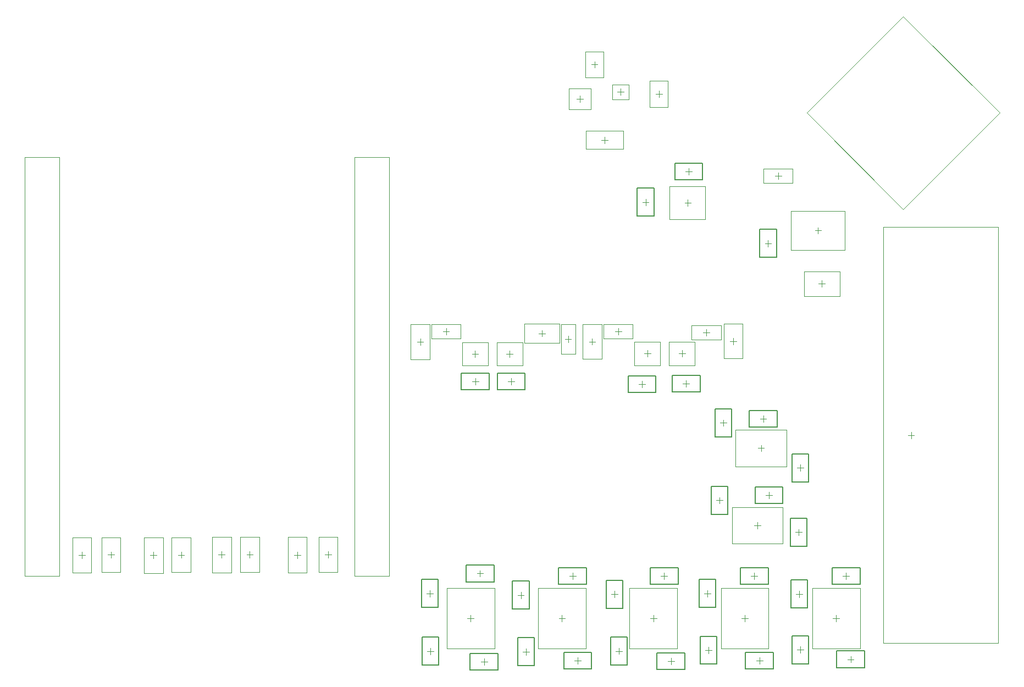
<source format=gbr>
%TF.GenerationSoftware,Altium Limited,Altium Designer,19.0.15 (446)*%
G04 Layer_Color=0*
%FSLAX26Y26*%
%MOIN*%
%TF.FileFunction,Other,Mechanical_15*%
%TF.Part,Single*%
G01*
G75*
%TA.AperFunction,NonConductor*%
%ADD55C,0.003937*%
%ADD57C,0.007874*%
%ADD86C,0.001968*%
D55*
X3902756Y3523228D02*
X3942126D01*
X3922442Y3503542D02*
Y3542912D01*
X4223622Y129922D02*
Y169292D01*
X4203938Y149606D02*
X4243308D01*
X3678740Y124804D02*
Y164174D01*
X3659056Y144488D02*
X3698426D01*
X2842914Y79922D02*
X2882284D01*
X2862598Y60236D02*
Y99606D01*
X3117322Y120866D02*
Y160236D01*
X3097638Y140552D02*
X3137008D01*
X2455120Y2019292D02*
X2494490D01*
X2474804Y1999608D02*
Y2038978D01*
X4077952Y2863780D02*
X4117322D01*
X4097638Y2844094D02*
Y2883464D01*
X4645275Y3007086D02*
Y3046456D01*
X4625591Y3026772D02*
X4664961D01*
X4087008Y1746456D02*
Y1785826D01*
X4067322Y1766142D02*
X4106692D01*
X3819686Y1744488D02*
Y1783858D01*
X3800000Y1764174D02*
X3839370D01*
X3026378Y1760236D02*
Y1799606D01*
X3006692Y1779922D02*
X3046062D01*
X2808268Y1760236D02*
Y1799606D01*
X2788582Y1779922D02*
X2827952D01*
X2535040Y123652D02*
Y163022D01*
X2515354Y143338D02*
X2554724D01*
X2818110Y614960D02*
X2857480D01*
X2837796Y595276D02*
Y634646D01*
X3409842Y85826D02*
X3449212D01*
X3429528Y66142D02*
Y105512D01*
X3975984Y82284D02*
X4015354D01*
X3995670Y62598D02*
Y101968D01*
X4195276Y494094D02*
X4234646D01*
X4214960Y474410D02*
Y513780D01*
X5037796Y600000D02*
X5077166D01*
X5057480Y580316D02*
Y619686D01*
X5064960Y94488D02*
X5104330D01*
X5084646Y74804D02*
Y114174D01*
X4512204Y86220D02*
X4551574D01*
X4531890Y66536D02*
Y105906D01*
X4780708Y132678D02*
Y172048D01*
X4761024Y152362D02*
X4800394D01*
X4753938Y490944D02*
X4793308D01*
X4773622Y471260D02*
Y510630D01*
X4819016Y3408574D02*
X5403632Y2823958D01*
X4819016Y3408574D02*
X5403632Y3993190D01*
X5988248Y3408574D01*
X5403632Y2823958D02*
X5988248Y3408574D01*
X3852136Y1929134D02*
Y1968504D01*
X3832452Y1948820D02*
X3871822D01*
X4541338Y1355118D02*
Y1394488D01*
X4521654Y1374804D02*
X4561024D01*
X4480708Y599212D02*
X4520078D01*
X4500394Y579528D02*
Y618898D01*
X3934252Y600000D02*
X3973622D01*
X3953938Y580316D02*
Y619686D01*
X3378740Y599212D02*
X3418110D01*
X3398426Y579528D02*
Y618898D01*
X4584536Y2597500D02*
Y2636870D01*
X4564852Y2617186D02*
X4604222D01*
X4082962Y3053012D02*
X4122332D01*
X4102648Y3033328D02*
Y3072698D01*
X3841338Y2847638D02*
Y2887008D01*
X3821654Y2867322D02*
X3861024D01*
X1270866Y709058D02*
Y748428D01*
X1251182Y728742D02*
X1290552D01*
X3651968Y469292D02*
Y508662D01*
X3632284Y488976D02*
X3671654D01*
X3084646Y464174D02*
Y503544D01*
X3064960Y483858D02*
X3104330D01*
X2533464Y474016D02*
Y513386D01*
X2513780Y493700D02*
X2553150D01*
X4779922Y1235826D02*
Y1275196D01*
X4760236Y1255512D02*
X4799606D01*
X4769686Y845276D02*
Y884646D01*
X4750000Y864960D02*
X4789370D01*
X4535040Y1554070D02*
X4574410D01*
X4554724Y1534384D02*
Y1573754D01*
X4570078Y1089370D02*
X4609448D01*
X4589764Y1069686D02*
Y1109056D01*
X4288582Y1038582D02*
Y1077952D01*
X4268898Y1058268D02*
X4308268D01*
X4313780Y1508662D02*
Y1548032D01*
X4294094Y1528346D02*
X4333464D01*
X4500788Y906692D02*
X4540158D01*
X4520472Y887008D02*
Y926378D01*
X2997414Y1945670D02*
X3036784D01*
X3017100Y1925984D02*
Y1965354D01*
X2787966Y1945670D02*
X2827336D01*
X2807652Y1925984D02*
Y1965354D01*
X4041900Y1948820D02*
X4081270D01*
X4061584Y1929134D02*
Y1968504D01*
X3669606Y3535552D02*
X3708976D01*
X3689292Y3515866D02*
Y3555236D01*
X3442518Y3473228D02*
Y3512598D01*
X3422834Y3492914D02*
X3462204D01*
X4890550Y2372442D02*
X4929920D01*
X4910236Y2352756D02*
Y2392126D01*
X3572440Y3244094D02*
X3611810D01*
X3592126Y3224410D02*
Y3263780D01*
X4887796Y2675130D02*
Y2714500D01*
X4868110Y2694814D02*
X4907480D01*
X5451280Y1434444D02*
Y1473814D01*
X5431594Y1454130D02*
X5470964D01*
X3371448Y2016928D02*
Y2056298D01*
X3351764Y2036614D02*
X3391134D01*
X4977056Y343766D02*
X5016426D01*
X4996742Y324080D02*
Y363450D01*
X1440944Y711026D02*
Y750396D01*
X1421260Y730710D02*
X1460630D01*
X837796Y725984D02*
X877166D01*
X857480Y706298D02*
Y745668D01*
X1729922Y707480D02*
Y746850D01*
X1710236Y727164D02*
X1749606D01*
X1915354Y709450D02*
Y748820D01*
X1895668Y729136D02*
X1935038D01*
X424016Y706694D02*
Y746064D01*
X404332Y726378D02*
X443702D01*
X600394Y708664D02*
Y748034D01*
X580708Y728348D02*
X620078D01*
X1024802Y708270D02*
Y747640D01*
X1005118Y727954D02*
X1044488D01*
X4422948Y343766D02*
X4462318D01*
X4442634Y324080D02*
Y363450D01*
X3868842Y343766D02*
X3908212D01*
X3888528Y324080D02*
Y363450D01*
X3314736Y343766D02*
X3354106D01*
X3334422Y324080D02*
Y363450D01*
X2760628Y343766D02*
X2799998D01*
X2780314Y324080D02*
Y363450D01*
X3655512Y2082676D02*
X3694882D01*
X3675198Y2062992D02*
Y2102362D01*
X3517716Y2001576D02*
Y2040946D01*
X3498032Y2021260D02*
X3537402D01*
X4374016Y2004724D02*
Y2044094D01*
X4354332Y2024408D02*
X4393702D01*
X4189764Y2076378D02*
X4229134D01*
X4209450Y2056692D02*
Y2096062D01*
X2611812Y2083070D02*
X2651182D01*
X2631496Y2063386D02*
Y2102756D01*
X3192306Y2071260D02*
X3231676D01*
X3211990Y2051574D02*
Y2090944D01*
X3531496Y3681888D02*
Y3721258D01*
X3511810Y3701574D02*
X3551180D01*
D57*
X4173304Y64838D02*
Y234374D01*
X4273940D01*
Y64838D02*
Y234374D01*
X4173304Y64838D02*
X4273940D01*
X3628422Y59720D02*
Y229256D01*
X3729060D01*
Y59720D02*
Y229256D01*
X3628422Y59720D02*
X3729060D01*
X2777830Y29602D02*
X2947366D01*
X2777830D02*
Y130240D01*
X2947366D01*
Y29602D02*
Y130240D01*
X3067004Y55784D02*
Y225318D01*
X3167642D01*
Y55784D02*
Y225318D01*
X3067004Y55784D02*
X3167642D01*
X4002240Y1715822D02*
Y1816460D01*
Y1715822D02*
X4171776D01*
Y1816460D01*
X4002240D02*
X4171776D01*
X3734918Y1713854D02*
Y1814492D01*
Y1713854D02*
X3904452D01*
Y1814492D01*
X3734918D02*
X3904452D01*
X2941610Y1729602D02*
Y1830240D01*
Y1729602D02*
X3111146D01*
Y1830240D01*
X2941610D02*
X3111146D01*
X2723500Y1729602D02*
Y1830240D01*
Y1729602D02*
X2893036D01*
Y1830240D01*
X2723500D02*
X2893036D01*
X2484720Y58570D02*
Y228106D01*
X2585358D01*
Y58570D02*
Y228106D01*
X2484720Y58570D02*
X2585358D01*
X2753028Y564642D02*
X2922564D01*
X2753028D02*
Y665280D01*
X2922564D01*
Y564642D02*
Y665280D01*
X3344760Y35508D02*
X3514296D01*
X3344760D02*
Y136146D01*
X3514296D01*
Y35508D02*
Y136146D01*
X3910902Y31964D02*
X4080438D01*
X3910902D02*
Y132602D01*
X4080438D01*
Y31964D02*
Y132602D01*
X4164642Y578862D02*
X4265280D01*
X4164642Y409326D02*
Y578862D01*
Y409326D02*
X4265280D01*
Y578862D01*
X4972712Y549682D02*
X5142248D01*
X4972712D02*
Y650318D01*
X5142248D01*
Y549682D02*
Y650318D01*
X4999878Y44170D02*
X5169414D01*
X4999878D02*
Y144808D01*
X5169414D01*
Y44170D02*
Y144808D01*
X4447122Y35902D02*
X4616658D01*
X4447122D02*
Y136540D01*
X4616658D01*
Y35902D02*
Y136540D01*
X4730390Y67594D02*
Y237130D01*
X4831028D01*
Y67594D02*
Y237130D01*
X4730390Y67594D02*
X4831028D01*
X4723304Y575712D02*
X4823940D01*
X4723304Y406178D02*
Y575712D01*
Y406178D02*
X4823940D01*
Y575712D01*
X4415626Y548894D02*
X4585162D01*
X4415626D02*
Y649532D01*
X4585162D01*
Y548894D02*
Y649532D01*
X3869170Y549682D02*
X4038704D01*
X3869170D02*
Y650318D01*
X4038704D01*
Y549682D02*
Y650318D01*
X3313658Y548894D02*
X3483192D01*
X3313658D02*
Y649532D01*
X3483192D01*
Y548894D02*
Y649532D01*
X4534218Y2532418D02*
Y2701954D01*
X4634856D01*
Y2532418D02*
Y2701954D01*
X4534218Y2532418D02*
X4634856D01*
X4017880Y3103332D02*
X4187414D01*
Y3002694D02*
Y3103332D01*
X4017880Y3002694D02*
X4187414D01*
X4017880D02*
Y3103332D01*
X3891658Y2782556D02*
Y2952090D01*
X3791020Y2782556D02*
X3891658D01*
X3791020D02*
Y2952090D01*
X3891658D01*
X3702288Y404208D02*
Y573744D01*
X3601650Y404208D02*
X3702288D01*
X3601650D02*
Y573744D01*
X3702288D01*
X3134964Y399090D02*
Y568626D01*
X3034326Y399090D02*
X3134964D01*
X3034326D02*
Y568626D01*
X3134964D01*
X2583784Y408934D02*
Y578468D01*
X2483146Y408934D02*
X2583784D01*
X2483146D02*
Y578468D01*
X2583784D01*
X4830240Y1170744D02*
Y1340280D01*
X4729602Y1170744D02*
X4830240D01*
X4729602D02*
Y1340280D01*
X4830240D01*
X4820004Y780192D02*
Y949728D01*
X4719366Y780192D02*
X4820004D01*
X4719366D02*
Y949728D01*
X4820004D01*
X4469956Y1503750D02*
X4639492D01*
X4469956D02*
Y1604388D01*
X4639492D01*
Y1503750D02*
Y1604388D01*
X4504996Y1039052D02*
X4674532D01*
X4504996D02*
Y1139690D01*
X4674532D01*
Y1039052D02*
Y1139690D01*
X4238264Y973500D02*
Y1143036D01*
X4338902D01*
Y973500D02*
Y1143036D01*
X4238264Y973500D02*
X4338902D01*
X4263460Y1443578D02*
Y1613114D01*
X4364098D01*
Y1443578D02*
Y1613114D01*
X4263460Y1443578D02*
X4364098D01*
D86*
X3867324Y3444488D02*
Y3601968D01*
X3977560Y3444488D02*
Y3601968D01*
X3867324Y3444488D02*
X3977560D01*
X3867324Y3601968D02*
X3977560D01*
X2417718Y1912992D02*
Y2125592D01*
X2531890Y1912992D02*
Y2125592D01*
X2417718Y1912992D02*
X2531890D01*
X2417718Y2125592D02*
X2531890D01*
X3985434Y2763386D02*
Y2964174D01*
X4201968Y2763386D02*
Y2964174D01*
X3985434D02*
X4201968D01*
X3985434Y2763386D02*
X4201968D01*
X4556693Y3070078D02*
X4733859D01*
X4556693Y2983464D02*
X4733859D01*
X4556693D02*
Y3070078D01*
X4733859Y2983464D02*
Y3070078D01*
X3773396Y1877954D02*
X3930876D01*
X3773396Y2019686D02*
X3930876D01*
Y1877954D02*
Y2019686D01*
X3773396Y1877954D02*
Y2019686D01*
X4387796Y1264566D02*
X4694882D01*
X4387796Y1485040D02*
X4694882D01*
Y1264566D02*
Y1485040D01*
X4387796Y1264566D02*
Y1485040D01*
X1213780Y837010D02*
X1327952D01*
X1213780Y620474D02*
X1327952D01*
Y837010D01*
X1213780Y620474D02*
Y837010D01*
X4366930Y796456D02*
Y1016930D01*
X4674016Y796456D02*
Y1016930D01*
X4366930D02*
X4674016D01*
X4366930Y796456D02*
X4674016D01*
X2938360Y1874804D02*
Y2016536D01*
X3095840Y1874804D02*
Y2016536D01*
X2938360D02*
X3095840D01*
X2938360Y1874804D02*
X3095840D01*
X2728910D02*
Y2016536D01*
X2886392Y1874804D02*
Y2016536D01*
X2728910D02*
X2886392D01*
X2728910Y1874804D02*
X2886392D01*
X3982844Y1877954D02*
Y2019686D01*
X4140326Y1877954D02*
Y2019686D01*
X3982844D02*
X4140326D01*
X3982844Y1877954D02*
X4140326D01*
X3740472Y3490276D02*
Y3580828D01*
X3638110Y3490276D02*
Y3580828D01*
Y3490276D02*
X3740472D01*
X3638110Y3580828D02*
X3740472D01*
X3375590Y3429922D02*
X3509448D01*
Y3555906D01*
X3375590D02*
X3509448D01*
X3375590Y3429922D02*
Y3555906D01*
X2287716Y601222D02*
Y3139018D01*
X2075118D02*
X2287716D01*
X2075118Y601222D02*
Y3139018D01*
Y601222D02*
X2287716D01*
X5018504Y2297638D02*
Y2447244D01*
X4801968Y2297638D02*
Y2447244D01*
Y2297638D02*
X5018504D01*
X4801968Y2447244D02*
X5018504D01*
X3477952Y3188976D02*
Y3299212D01*
X3706300Y3188976D02*
Y3299212D01*
X3477952D02*
X3706300D01*
X3477952Y3188976D02*
X3706300D01*
X4724410Y2576704D02*
X5051180D01*
X4724410Y2812924D02*
X5051180D01*
Y2576704D02*
Y2812924D01*
X4724410Y2576704D02*
Y2812924D01*
X5284232Y192122D02*
X5981082D01*
Y2716138D01*
X5284232D02*
X5981082D01*
X5284232Y192122D02*
Y2716138D01*
X3328142Y1948032D02*
X3414756D01*
X3328142Y2125196D02*
X3414756D01*
X3328142Y1948032D02*
Y2125196D01*
X3414756Y1948032D02*
Y2125196D01*
X4852056Y160694D02*
Y526836D01*
X5141426Y160694D02*
Y526836D01*
X4852056D02*
X5141426D01*
X4852056Y160694D02*
X5141426D01*
X1383858Y837010D02*
X1498030D01*
X1383858Y624412D02*
X1498030D01*
Y837010D01*
X1383858Y624412D02*
Y837010D01*
X800394Y617716D02*
Y834252D01*
X914566Y617716D02*
Y834252D01*
X800394Y617716D02*
X914566D01*
X800394Y834252D02*
X914566D01*
X1672834Y835432D02*
X1787008D01*
X1672834Y618898D02*
X1787008D01*
Y835432D01*
X1672834Y618898D02*
Y835432D01*
X1858266Y835434D02*
X1972440D01*
X1858266Y622836D02*
X1972440D01*
Y835434D01*
X1858266Y622836D02*
Y835434D01*
X366930Y834646D02*
X481104D01*
X366930Y618110D02*
X481104D01*
Y834646D01*
X366930Y618110D02*
Y834646D01*
X543306Y834648D02*
X657480D01*
X543306Y622050D02*
X657480D01*
Y834648D01*
X543306Y622050D02*
Y834648D01*
X967716Y834254D02*
X1081890D01*
X967716Y621656D02*
X1081890D01*
Y834254D01*
X967716Y621656D02*
Y834254D01*
X4297948Y160694D02*
Y526836D01*
X4587318Y160694D02*
Y526836D01*
X4297948D02*
X4587318D01*
X4297948Y160694D02*
X4587318D01*
X3743842D02*
Y526836D01*
X4033212Y160694D02*
Y526836D01*
X3743842D02*
X4033212D01*
X3743842Y160694D02*
X4033212D01*
X3189736D02*
Y526836D01*
X3479106Y160694D02*
Y526836D01*
X3189736D02*
X3479106D01*
X3189736Y160694D02*
X3479106D01*
X2635628D02*
Y526836D01*
X2924998Y160694D02*
Y526836D01*
X2635628D02*
X2924998D01*
X2635628Y160694D02*
X2924998D01*
X3763780Y2039370D02*
Y2125984D01*
X3586614Y2039370D02*
Y2125984D01*
Y2039370D02*
X3763780D01*
X3586614Y2125984D02*
X3763780D01*
X3460630Y2127560D02*
X3574802D01*
X3460630Y1914962D02*
X3574802D01*
Y2127560D01*
X3460630Y1914962D02*
Y2127560D01*
X4316930Y2130708D02*
X4431102D01*
X4316930Y1918110D02*
X4431102D01*
Y2130708D01*
X4316930Y1918110D02*
Y2130708D01*
X4120866Y2033070D02*
Y2119684D01*
X4298032Y2033070D02*
Y2119684D01*
X4120866D02*
X4298032D01*
X4120866Y2033070D02*
X4298032D01*
X2720078Y2039764D02*
Y2126378D01*
X2542914Y2039764D02*
Y2126378D01*
Y2039764D02*
X2720078D01*
X2542914Y2126378D02*
X2720078D01*
X3318290Y2014174D02*
Y2128346D01*
X3105692Y2014174D02*
Y2128346D01*
Y2014174D02*
X3318290D01*
X3105692Y2128346D02*
X3318290D01*
X287716Y601222D02*
Y3139018D01*
X75118D02*
X287716D01*
X75118Y601222D02*
Y3139018D01*
Y601222D02*
X287716D01*
X3476378Y3622834D02*
X3586614D01*
X3476378Y3780314D02*
X3586614D01*
X3476378Y3622834D02*
Y3780314D01*
X3586614Y3622834D02*
Y3780314D01*
%TF.MD5,86d73a6be20d2083bc2f9709bc5e8fda*%
M02*

</source>
